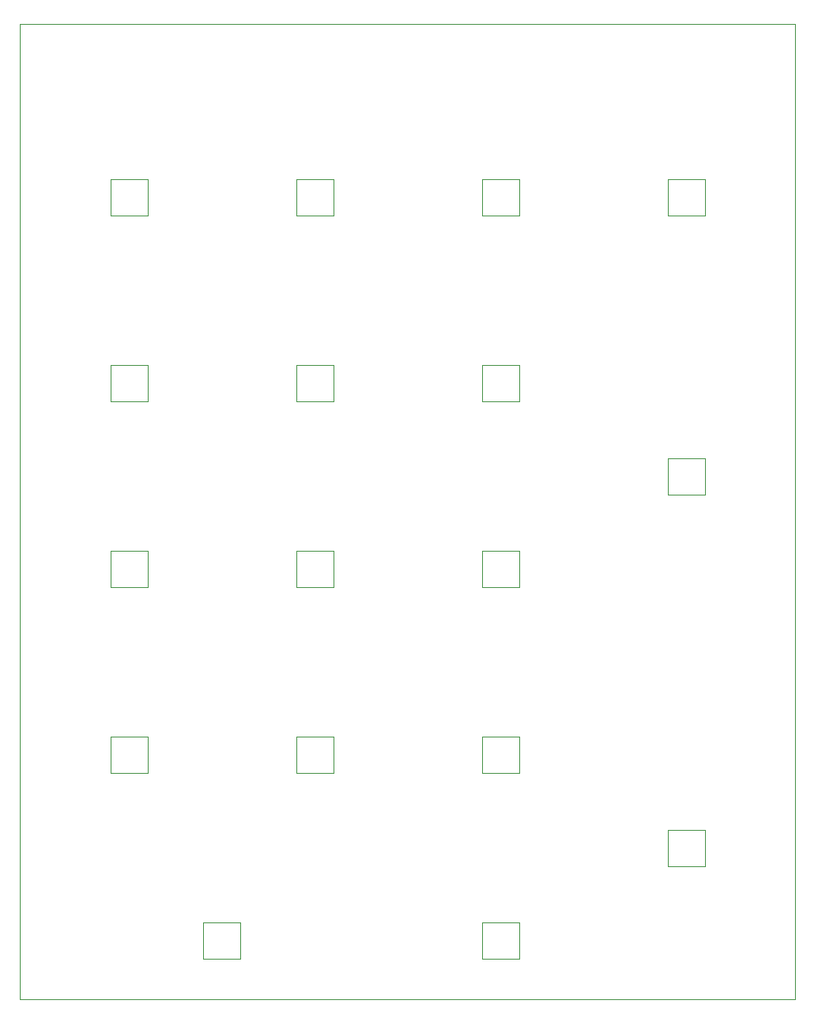
<source format=gm1>
G04 #@! TF.GenerationSoftware,KiCad,Pcbnew,8.0.5*
G04 #@! TF.CreationDate,2024-11-11T15:57:41+01:00*
G04 #@! TF.ProjectId,Klawiatura analogowa,4b6c6177-6961-4747-9572-6120616e616c,rev?*
G04 #@! TF.SameCoordinates,Original*
G04 #@! TF.FileFunction,Profile,NP*
%FSLAX46Y46*%
G04 Gerber Fmt 4.6, Leading zero omitted, Abs format (unit mm)*
G04 Created by KiCad (PCBNEW 8.0.5) date 2024-11-11 15:57:41*
%MOMM*%
%LPD*%
G01*
G04 APERTURE LIST*
G04 #@! TA.AperFunction,Profile*
%ADD10C,0.050000*%
G04 #@! TD*
G04 APERTURE END LIST*
D10*
X105350000Y-39662500D02*
X184850000Y-39662500D01*
X184850000Y-139637500D01*
X105350000Y-139637500D01*
X105350000Y-39662500D01*
X114650000Y-55565000D02*
X118450000Y-55565000D01*
X118450000Y-59290000D01*
X114650000Y-59290000D01*
X114650000Y-55565000D01*
X152757500Y-55554500D02*
X156557500Y-55554500D01*
X156557500Y-59279500D01*
X152757500Y-59279500D01*
X152757500Y-55554500D01*
X114657500Y-112704500D02*
X118457500Y-112704500D01*
X118457500Y-116429500D01*
X114657500Y-116429500D01*
X114657500Y-112704500D01*
X152757500Y-112704500D02*
X156557500Y-112704500D01*
X156557500Y-116429500D01*
X152757500Y-116429500D01*
X152757500Y-112704500D01*
X152757500Y-93654500D02*
X156557500Y-93654500D01*
X156557500Y-97379500D01*
X152757500Y-97379500D01*
X152757500Y-93654500D01*
X133707500Y-55554500D02*
X137507500Y-55554500D01*
X137507500Y-59279500D01*
X133707500Y-59279500D01*
X133707500Y-55554500D01*
X133717500Y-93664500D02*
X137517500Y-93664500D01*
X137517500Y-97389500D01*
X133717500Y-97389500D01*
X133717500Y-93664500D01*
X124170000Y-131743250D02*
X127970000Y-131743250D01*
X127970000Y-135468250D01*
X124170000Y-135468250D01*
X124170000Y-131743250D01*
X171807500Y-122229500D02*
X175607500Y-122229500D01*
X175607500Y-125954500D01*
X171807500Y-125954500D01*
X171807500Y-122229500D01*
X133707500Y-74604500D02*
X137507500Y-74604500D01*
X137507500Y-78329500D01*
X133707500Y-78329500D01*
X133707500Y-74604500D01*
X171807500Y-55554500D02*
X175607500Y-55554500D01*
X175607500Y-59279500D01*
X171807500Y-59279500D01*
X171807500Y-55554500D01*
X152782500Y-74606500D02*
X156582500Y-74606500D01*
X156582500Y-78331500D01*
X152782500Y-78331500D01*
X152782500Y-74606500D01*
X114680000Y-74625000D02*
X118480000Y-74625000D01*
X118480000Y-78350000D01*
X114680000Y-78350000D01*
X114680000Y-74625000D01*
X152757500Y-131754500D02*
X156557500Y-131754500D01*
X156557500Y-135479500D01*
X152757500Y-135479500D01*
X152757500Y-131754500D01*
X171807500Y-84129500D02*
X175607500Y-84129500D01*
X175607500Y-87854500D01*
X171807500Y-87854500D01*
X171807500Y-84129500D01*
X133707500Y-112704500D02*
X137507500Y-112704500D01*
X137507500Y-116429500D01*
X133707500Y-116429500D01*
X133707500Y-112704500D01*
X114657500Y-93654500D02*
X118457500Y-93654500D01*
X118457500Y-97379500D01*
X114657500Y-97379500D01*
X114657500Y-93654500D01*
M02*

</source>
